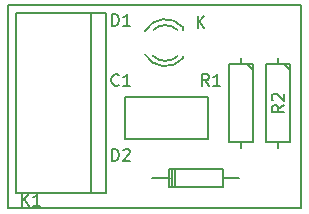
<source format=gbr>
G04 #@! TF.FileFunction,Legend,Top*
%FSLAX46Y46*%
G04 Gerber Fmt 4.6, Leading zero omitted, Abs format (unit mm)*
G04 Created by KiCad (PCBNEW 4.0.0-rc1-stable) date 30/11/2015 17:11:16*
%MOMM*%
G01*
G04 APERTURE LIST*
%ADD10C,0.100000*%
%ADD11C,0.150000*%
G04 APERTURE END LIST*
D10*
D11*
X151130000Y-88265000D02*
X149860000Y-88265000D01*
X151130000Y-105410000D02*
X151130000Y-88265000D01*
X149860000Y-105410000D02*
X151130000Y-105410000D01*
X126365000Y-105410000D02*
X126365000Y-88265000D01*
X149860000Y-105410000D02*
X126365000Y-105410000D01*
X126365000Y-88265000D02*
X149860000Y-88265000D01*
X136240000Y-96040000D02*
X143240000Y-96040000D01*
X143240000Y-96040000D02*
X143240000Y-99540000D01*
X143240000Y-99540000D02*
X136240000Y-99540000D01*
X136240000Y-99540000D02*
X136240000Y-96040000D01*
X141169000Y-90126000D02*
X141169000Y-90326000D01*
X141169000Y-92720000D02*
X141169000Y-92540000D01*
X137941256Y-92409643D02*
G75*
G03X141169000Y-92726000I1727744J1003643D01*
G01*
X138616994Y-92539068D02*
G75*
G03X140720000Y-92540000I1052006J1133068D01*
G01*
X141156220Y-90099274D02*
G75*
G03X137919000Y-90446000I-1497220J-1306726D01*
G01*
X140682889Y-90326747D02*
G75*
G03X138635000Y-90346000I-1013889J-1079253D01*
G01*
X144526000Y-102870000D02*
X145923000Y-102870000D01*
X140081000Y-102870000D02*
X138557000Y-102870000D01*
X140462000Y-102108000D02*
X140462000Y-103632000D01*
X140208000Y-102108000D02*
X140208000Y-103632000D01*
X139954000Y-102870000D02*
X139954000Y-103632000D01*
X139954000Y-103632000D02*
X144526000Y-103632000D01*
X144526000Y-103632000D02*
X144526000Y-102108000D01*
X144526000Y-102108000D02*
X139954000Y-102108000D01*
X139954000Y-102108000D02*
X139954000Y-102870000D01*
X134620000Y-104140000D02*
X127000000Y-104140000D01*
X134620000Y-88900000D02*
X127000000Y-88900000D01*
X133350000Y-104140000D02*
X133350000Y-88900000D01*
X127000000Y-104140000D02*
X127000000Y-88900000D01*
X134620000Y-104140000D02*
X134620000Y-88900000D01*
X146050000Y-92710000D02*
X146050000Y-93218000D01*
X146050000Y-100330000D02*
X146050000Y-99822000D01*
X146050000Y-99822000D02*
X147066000Y-99822000D01*
X147066000Y-99822000D02*
X147066000Y-93218000D01*
X147066000Y-93218000D02*
X145034000Y-93218000D01*
X145034000Y-93218000D02*
X145034000Y-99822000D01*
X145034000Y-99822000D02*
X146050000Y-99822000D01*
X146558000Y-93218000D02*
X147066000Y-93726000D01*
X149225000Y-92710000D02*
X149225000Y-93218000D01*
X149225000Y-100330000D02*
X149225000Y-99822000D01*
X149225000Y-99822000D02*
X150241000Y-99822000D01*
X150241000Y-99822000D02*
X150241000Y-93218000D01*
X150241000Y-93218000D02*
X148209000Y-93218000D01*
X148209000Y-93218000D02*
X148209000Y-99822000D01*
X148209000Y-99822000D02*
X149225000Y-99822000D01*
X149733000Y-93218000D02*
X150241000Y-93726000D01*
X135723334Y-94972143D02*
X135675715Y-95019762D01*
X135532858Y-95067381D01*
X135437620Y-95067381D01*
X135294762Y-95019762D01*
X135199524Y-94924524D01*
X135151905Y-94829286D01*
X135104286Y-94638810D01*
X135104286Y-94495952D01*
X135151905Y-94305476D01*
X135199524Y-94210238D01*
X135294762Y-94115000D01*
X135437620Y-94067381D01*
X135532858Y-94067381D01*
X135675715Y-94115000D01*
X135723334Y-94162619D01*
X136675715Y-95067381D02*
X136104286Y-95067381D01*
X136390000Y-95067381D02*
X136390000Y-94067381D01*
X136294762Y-94210238D01*
X136199524Y-94305476D01*
X136104286Y-94353095D01*
X135151905Y-89987381D02*
X135151905Y-88987381D01*
X135390000Y-88987381D01*
X135532858Y-89035000D01*
X135628096Y-89130238D01*
X135675715Y-89225476D01*
X135723334Y-89415952D01*
X135723334Y-89558810D01*
X135675715Y-89749286D01*
X135628096Y-89844524D01*
X135532858Y-89939762D01*
X135390000Y-89987381D01*
X135151905Y-89987381D01*
X136675715Y-89987381D02*
X136104286Y-89987381D01*
X136390000Y-89987381D02*
X136390000Y-88987381D01*
X136294762Y-89130238D01*
X136199524Y-89225476D01*
X136104286Y-89273095D01*
X142398095Y-90152381D02*
X142398095Y-89152381D01*
X142969524Y-90152381D02*
X142540952Y-89580952D01*
X142969524Y-89152381D02*
X142398095Y-89723810D01*
X135151905Y-101417381D02*
X135151905Y-100417381D01*
X135390000Y-100417381D01*
X135532858Y-100465000D01*
X135628096Y-100560238D01*
X135675715Y-100655476D01*
X135723334Y-100845952D01*
X135723334Y-100988810D01*
X135675715Y-101179286D01*
X135628096Y-101274524D01*
X135532858Y-101369762D01*
X135390000Y-101417381D01*
X135151905Y-101417381D01*
X136104286Y-100512619D02*
X136151905Y-100465000D01*
X136247143Y-100417381D01*
X136485239Y-100417381D01*
X136580477Y-100465000D01*
X136628096Y-100512619D01*
X136675715Y-100607857D01*
X136675715Y-100703095D01*
X136628096Y-100845952D01*
X136056667Y-101417381D01*
X136675715Y-101417381D01*
X127531905Y-105227381D02*
X127531905Y-104227381D01*
X128103334Y-105227381D02*
X127674762Y-104655952D01*
X128103334Y-104227381D02*
X127531905Y-104798810D01*
X129055715Y-105227381D02*
X128484286Y-105227381D01*
X128770000Y-105227381D02*
X128770000Y-104227381D01*
X128674762Y-104370238D01*
X128579524Y-104465476D01*
X128484286Y-104513095D01*
X143343334Y-95067381D02*
X143010000Y-94591190D01*
X142771905Y-95067381D02*
X142771905Y-94067381D01*
X143152858Y-94067381D01*
X143248096Y-94115000D01*
X143295715Y-94162619D01*
X143343334Y-94257857D01*
X143343334Y-94400714D01*
X143295715Y-94495952D01*
X143248096Y-94543571D01*
X143152858Y-94591190D01*
X142771905Y-94591190D01*
X144295715Y-95067381D02*
X143724286Y-95067381D01*
X144010000Y-95067381D02*
X144010000Y-94067381D01*
X143914762Y-94210238D01*
X143819524Y-94305476D01*
X143724286Y-94353095D01*
X149677381Y-96686666D02*
X149201190Y-97020000D01*
X149677381Y-97258095D02*
X148677381Y-97258095D01*
X148677381Y-96877142D01*
X148725000Y-96781904D01*
X148772619Y-96734285D01*
X148867857Y-96686666D01*
X149010714Y-96686666D01*
X149105952Y-96734285D01*
X149153571Y-96781904D01*
X149201190Y-96877142D01*
X149201190Y-97258095D01*
X148772619Y-96305714D02*
X148725000Y-96258095D01*
X148677381Y-96162857D01*
X148677381Y-95924761D01*
X148725000Y-95829523D01*
X148772619Y-95781904D01*
X148867857Y-95734285D01*
X148963095Y-95734285D01*
X149105952Y-95781904D01*
X149677381Y-96353333D01*
X149677381Y-95734285D01*
M02*

</source>
